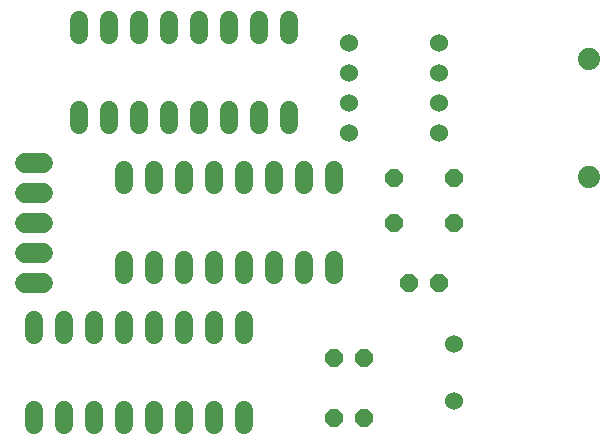
<source format=gbr>
G04 EAGLE Gerber RS-274X export*
G75*
%MOMM*%
%FSLAX34Y34*%
%LPD*%
%INSoldermask Top*%
%IPPOS*%
%AMOC8*
5,1,8,0,0,1.08239X$1,22.5*%
G01*
%ADD10P,1.649562X8X22.500000*%
%ADD11C,1.524000*%
%ADD12C,1.524000*%
%ADD13C,1.879600*%
%ADD14C,1.727200*%


D10*
X368300Y152400D03*
X393700Y152400D03*
X304800Y88900D03*
X330200Y88900D03*
X304800Y38100D03*
X330200Y38100D03*
D11*
X50800Y31496D02*
X50800Y44704D01*
X76200Y44704D02*
X76200Y31496D01*
X203200Y31496D02*
X203200Y44704D01*
X228600Y44704D02*
X228600Y31496D01*
X101600Y31496D02*
X101600Y44704D01*
X127000Y44704D02*
X127000Y31496D01*
X177800Y31496D02*
X177800Y44704D01*
X152400Y44704D02*
X152400Y31496D01*
X228600Y107696D02*
X228600Y120904D01*
X203200Y120904D02*
X203200Y107696D01*
X177800Y107696D02*
X177800Y120904D01*
X152400Y120904D02*
X152400Y107696D01*
X127000Y107696D02*
X127000Y120904D01*
X101600Y120904D02*
X101600Y107696D01*
X76200Y107696D02*
X76200Y120904D01*
X50800Y120904D02*
X50800Y107696D01*
X88900Y285496D02*
X88900Y298704D01*
X114300Y298704D02*
X114300Y285496D01*
X241300Y285496D02*
X241300Y298704D01*
X266700Y298704D02*
X266700Y285496D01*
X139700Y285496D02*
X139700Y298704D01*
X165100Y298704D02*
X165100Y285496D01*
X215900Y285496D02*
X215900Y298704D01*
X190500Y298704D02*
X190500Y285496D01*
X266700Y361696D02*
X266700Y374904D01*
X241300Y374904D02*
X241300Y361696D01*
X215900Y361696D02*
X215900Y374904D01*
X190500Y374904D02*
X190500Y361696D01*
X165100Y361696D02*
X165100Y374904D01*
X139700Y374904D02*
X139700Y361696D01*
X114300Y361696D02*
X114300Y374904D01*
X88900Y374904D02*
X88900Y361696D01*
X127000Y171704D02*
X127000Y158496D01*
X152400Y158496D02*
X152400Y171704D01*
X279400Y171704D02*
X279400Y158496D01*
X304800Y158496D02*
X304800Y171704D01*
X177800Y171704D02*
X177800Y158496D01*
X203200Y158496D02*
X203200Y171704D01*
X254000Y171704D02*
X254000Y158496D01*
X228600Y158496D02*
X228600Y171704D01*
X304800Y234696D02*
X304800Y247904D01*
X279400Y247904D02*
X279400Y234696D01*
X254000Y234696D02*
X254000Y247904D01*
X228600Y247904D02*
X228600Y234696D01*
X203200Y234696D02*
X203200Y247904D01*
X177800Y247904D02*
X177800Y234696D01*
X152400Y234696D02*
X152400Y247904D01*
X127000Y247904D02*
X127000Y234696D01*
D12*
X393700Y279400D03*
X393700Y304800D03*
X317500Y304800D03*
X317500Y279400D03*
X393700Y330200D03*
X393700Y355600D03*
X317500Y330200D03*
X317500Y355600D03*
X406400Y100330D03*
X406400Y52070D03*
D10*
X355600Y203200D03*
X406400Y203200D03*
X355600Y241300D03*
X406400Y241300D03*
D13*
X520700Y342100D03*
X520700Y242100D03*
D14*
X58420Y152400D02*
X43180Y152400D01*
X43180Y177800D02*
X58420Y177800D01*
X58420Y203200D02*
X43180Y203200D01*
X43180Y228600D02*
X58420Y228600D01*
X58420Y254000D02*
X43180Y254000D01*
M02*

</source>
